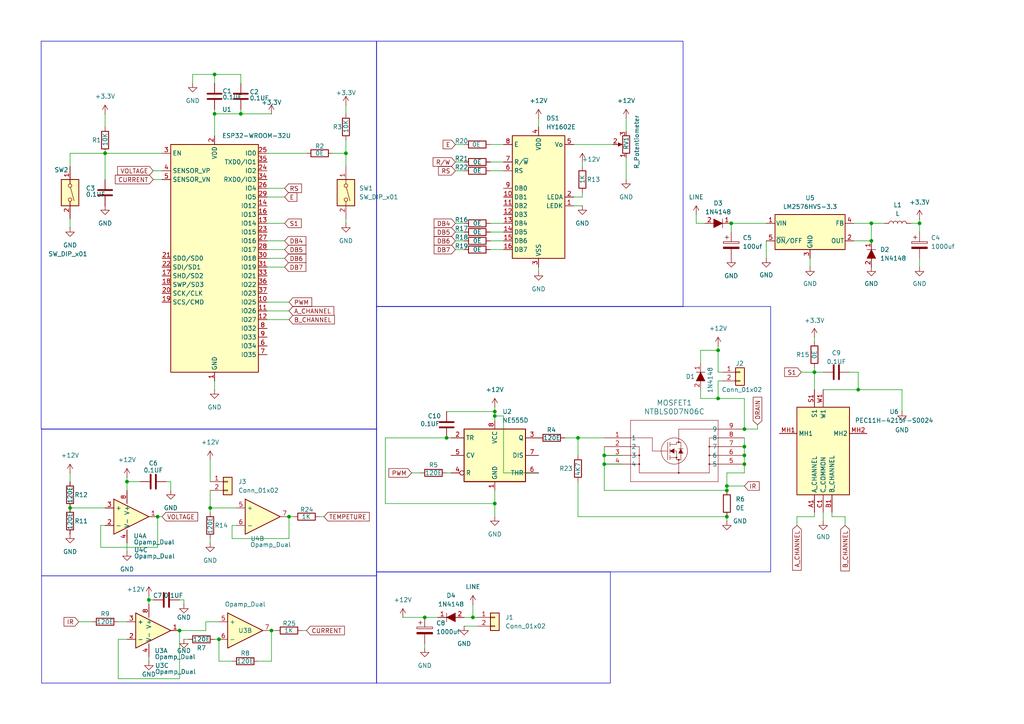
<source format=kicad_sch>
(kicad_sch (version 20250114) (generator "eeschema") (generator_version "9.0")
  (paper "A4")
  (rectangle (start 11.938 11.938) (end 109.22 124.46))
  (rectangle (start 12.065 124.46) (end 109.22 167.005))
  (rectangle (start 109.22 165.862) (end 177.038 198.12))
  (rectangle (start 109.22 11.938) (end 198.12 88.9))
  (rectangle (start 109.22 88.9) (end 223.52 165.862))
  (rectangle (start 12.065 167.005) (end 109.22 198.12))
  (junction (at 212.09 64.77))
  (junction (at 36.83 139.7))
  (junction (at 236.22 107.95))
  (junction (at 78.74 182.88))
  (junction (at 69.85 33.02))
  (junction (at 83.82 149.86))
  (junction (at 45.72 149.86))
  (junction (at 143.51 120.65))
  (junction (at 248.92 113.03))
  (junction (at 208.28 101.6))
  (junction (at 215.9 134.62))
  (junction (at 60.96 147.32))
  (junction (at 137.16 179.07))
  (junction (at 215.9 129.54))
  (junction (at 210.82 140.97))
  (junction (at 143.51 146.05))
  (junction (at 129.54 127))
  (junction (at 215.9 124.46))
  (junction (at 252.73 69.85))
  (junction (at 52.07 182.88))
  (junction (at 215.9 132.08))
  (junction (at 43.18 173.99))
  (junction (at 167.64 127))
  (junction (at 210.82 142.24))
  (junction (at 100.33 44.45))
  (junction (at 20.32 147.32))
  (junction (at 208.28 115.57))
  (junction (at 266.7 64.77))
  (junction (at 252.73 64.77))
  (junction (at 175.26 134.62))
  (junction (at 63.5 185.42))
  (junction (at 123.19 179.07))
  (junction (at 62.23 21.59))
  (junction (at 175.26 132.08))
  (junction (at 143.51 119.38))
  (junction (at 62.23 33.02))
  (junction (at 210.82 149.86))
  (junction (at 30.48 44.45))
  (wire (pts (xy 168.91 46.99) (xy 168.91 48.26)))
  (wire (pts (xy 247.65 69.85) (xy 252.73 69.85)))
  (wire (pts (xy 248.92 113.03) (xy 261.62 113.03)))
  (wire (pts (xy 203.2 101.6) (xy 208.28 101.6)))
  (wire (pts (xy 80.01 182.88) (xy 78.74 182.88)))
  (wire (pts (xy 82.55 57.15) (xy 77.47 57.15)))
  (wire (pts (xy 83.82 87.63) (xy 77.47 87.63)))
  (wire (pts (xy 82.55 72.39) (xy 77.47 72.39)))
  (wire (pts (xy 132.08 49.53) (xy 134.62 49.53)))
  (wire (pts (xy 30.48 44.45) (xy 46.99 44.45)))
  (wire (pts (xy 100.33 33.02) (xy 100.33 30.48)))
  (wire (pts (xy 52.07 196.85) (xy 52.07 182.88)))
  (wire (pts (xy 67.31 191.77) (xy 63.5 191.77)))
  (wire (pts (xy 266.7 74.93) (xy 266.7 77.47)))
  (wire (pts (xy 62.23 110.49) (xy 62.23 113.03)))
  (wire (pts (xy 116.84 179.07) (xy 123.19 179.07)))
  (wire (pts (xy 111.76 127) (xy 111.76 146.05)))
  (wire (pts (xy 36.83 138.43) (xy 36.83 139.7)))
  (wire (pts (xy 137.16 175.26) (xy 137.16 179.07)))
  (wire (pts (xy 142.24 41.91) (xy 146.05 41.91)))
  (wire (pts (xy 82.55 74.93) (xy 77.47 74.93)))
  (wire (pts (xy 215.9 124.46) (xy 219.71 124.46)))
  (wire (pts (xy 166.37 41.91) (xy 177.8 41.91)))
  (wire (pts (xy 20.32 147.32) (xy 30.48 147.32)))
  (wire (pts (xy 20.32 44.45) (xy 20.32 48.26)))
  (wire (pts (xy 43.18 191.77) (xy 43.18 190.5)))
  (wire (pts (xy 69.85 24.13) (xy 69.85 21.59)))
  (wire (pts (xy 77.47 92.71) (xy 83.82 92.71)))
  (wire (pts (xy 247.65 64.77) (xy 252.73 64.77)))
  (wire (pts (xy 143.51 120.65) (xy 143.51 119.38)))
  (wire (pts (xy 82.55 69.85) (xy 77.47 69.85)))
  (wire (pts (xy 60.96 133.35) (xy 60.96 139.7)))
  (wire (pts (xy 266.7 67.31) (xy 266.7 64.77)))
  (wire (pts (xy 83.82 90.17) (xy 77.47 90.17)))
  (wire (pts (xy 82.55 64.77) (xy 77.47 64.77)))
  (wire (pts (xy 63.5 180.34) (xy 59.69 180.34)))
  (wire (pts (xy 156.21 34.29) (xy 156.21 36.83)))
  (wire (pts (xy 167.64 149.86) (xy 210.82 149.86)))
  (wire (pts (xy 245.11 149.86) (xy 241.3 149.86)))
  (wire (pts (xy 142.24 72.39) (xy 146.05 72.39)))
  (wire (pts (xy 175.26 134.62) (xy 175.26 142.24)))
  (wire (pts (xy 132.08 69.85) (xy 134.62 69.85)))
  (wire (pts (xy 215.9 134.62) (xy 215.9 132.08)))
  (wire (pts (xy 210.82 137.16) (xy 215.9 137.16)))
  (wire (pts (xy 63.5 191.77) (xy 63.5 185.42)))
  (wire (pts (xy 78.74 191.77) (xy 78.74 182.88)))
  (wire (pts (xy 49.53 142.24) (xy 49.53 139.7)))
  (wire (pts (xy 142.24 49.53) (xy 146.05 49.53)))
  (wire (pts (xy 69.85 33.02) (xy 69.85 31.75)))
  (wire (pts (xy 30.48 36.83) (xy 30.48 33.02)))
  (wire (pts (xy 134.62 179.07) (xy 137.16 179.07)))
  (wire (pts (xy 261.62 113.03) (xy 261.62 119.38)))
  (wire (pts (xy 203.2 105.41) (xy 203.2 101.6)))
  (wire (pts (xy 248.92 107.95) (xy 248.92 113.03)))
  (wire (pts (xy 209.55 110.49) (xy 208.28 110.49)))
  (wire (pts (xy 83.82 156.21) (xy 83.82 149.86)))
  (wire (pts (xy 29.21 152.4) (xy 29.21 158.75)))
  (wire (pts (xy 201.93 62.23) (xy 201.93 64.77)))
  (wire (pts (xy 60.96 147.32) (xy 68.58 147.32)))
  (wire (pts (xy 53.34 173.99) (xy 52.07 173.99)))
  (wire (pts (xy 45.72 149.86) (xy 45.72 158.75)))
  (wire (pts (xy 143.51 119.38) (xy 143.51 118.11)))
  (wire (pts (xy 175.26 129.54) (xy 175.26 132.08)))
  (wire (pts (xy 142.24 67.31) (xy 146.05 67.31)))
  (wire (pts (xy 209.55 107.95) (xy 208.28 107.95)))
  (wire (pts (xy 62.23 33.02) (xy 62.23 39.37)))
  (wire (pts (xy 168.91 55.88) (xy 168.91 57.15)))
  (wire (pts (xy 168.91 59.69) (xy 166.37 59.69)))
  (wire (pts (xy 62.23 31.75) (xy 62.23 33.02)))
  (wire (pts (xy 44.45 173.99) (xy 43.18 173.99)))
  (wire (pts (xy 203.2 115.57) (xy 208.28 115.57)))
  (wire (pts (xy 30.48 152.4) (xy 29.21 152.4)))
  (wire (pts (xy 142.24 69.85) (xy 146.05 69.85)))
  (wire (pts (xy 129.54 137.16) (xy 130.81 137.16)))
  (wire (pts (xy 231.14 152.4) (xy 231.14 149.86)))
  (wire (pts (xy 232.41 107.95) (xy 236.22 107.95)))
  (wire (pts (xy 77.47 54.61) (xy 82.55 54.61)))
  (wire (pts (xy 231.14 149.86) (xy 236.22 149.86)))
  (wire (pts (xy 203.2 113.03) (xy 203.2 115.57)))
  (wire (pts (xy 132.08 41.91) (xy 134.62 41.91)))
  (wire (pts (xy 92.71 149.86) (xy 93.98 149.86)))
  (wire (pts (xy 175.26 132.08) (xy 180.34 132.08)))
  (wire (pts (xy 222.25 69.85) (xy 222.25 74.93)))
  (wire (pts (xy 167.64 132.08) (xy 167.64 127)))
  (wire (pts (xy 167.64 127) (xy 163.83 127)))
  (wire (pts (xy 175.26 142.24) (xy 210.82 142.24)))
  (wire (pts (xy 208.28 115.57) (xy 215.9 115.57)))
  (wire (pts (xy 129.54 127) (xy 130.81 127)))
  (wire (pts (xy 156.21 77.47) (xy 156.21 78.74)))
  (wire (pts (xy 210.82 142.24) (xy 210.82 140.97)))
  (wire (pts (xy 143.51 121.92) (xy 143.51 120.65)))
  (wire (pts (xy 208.28 110.49) (xy 208.28 115.57)))
  (wire (pts (xy 53.34 175.26) (xy 53.34 173.99)))
  (wire (pts (xy 77.47 44.45) (xy 88.9 44.45)))
  (wire (pts (xy 167.64 139.7) (xy 167.64 149.86)))
  (wire (pts (xy 52.07 182.88) (xy 59.69 182.88)))
  (wire (pts (xy 119.38 137.16) (xy 121.92 137.16)))
  (wire (pts (xy 236.22 107.95) (xy 236.22 113.03)))
  (wire (pts (xy 100.33 40.64) (xy 100.33 44.45)))
  (wire (pts (xy 34.29 185.42) (xy 34.29 196.85)))
  (wire (pts (xy 143.51 146.05) (xy 143.51 142.24)))
  (wire (pts (xy 215.9 132.08) (xy 215.9 129.54)))
  (wire (pts (xy 36.83 160.02) (xy 36.83 157.48)))
  (wire (pts (xy 241.3 149.86) (xy 241.3 148.59)))
  (wire (pts (xy 60.96 142.24) (xy 60.96 147.32)))
  (wire (pts (xy 36.83 139.7) (xy 40.64 139.7)))
  (wire (pts (xy 236.22 149.86) (xy 236.22 148.59)))
  (wire (pts (xy 100.33 63.5) (xy 100.33 64.77)))
  (wire (pts (xy 67.31 156.21) (xy 67.31 152.4)))
  (wire (pts (xy 34.29 180.34) (xy 36.83 180.34)))
  (wire (pts (xy 212.09 67.31) (xy 212.09 64.77)))
  (wire (pts (xy 59.69 180.34) (xy 59.69 182.88)))
  (wire (pts (xy 62.23 33.02) (xy 69.85 33.02)))
  (wire (pts (xy 238.76 151.13) (xy 238.76 148.59)))
  (wire (pts (xy 266.7 63.5) (xy 266.7 64.77)))
  (wire (pts (xy 236.22 106.68) (xy 236.22 107.95)))
  (wire (pts (xy 127 179.07) (xy 123.19 179.07)))
  (wire (pts (xy 264.16 64.77) (xy 266.7 64.77)))
  (wire (pts (xy 181.61 34.29) (xy 181.61 38.1)))
  (wire (pts (xy 236.22 97.79) (xy 236.22 99.06)))
  (wire (pts (xy 142.24 46.99) (xy 146.05 46.99)))
  (wire (pts (xy 146.05 120.65) (xy 143.51 120.65)))
  (wire (pts (xy 134.62 181.61) (xy 138.43 181.61)))
  (wire (pts (xy 146.05 137.16) (xy 146.05 120.65)))
  (wire (pts (xy 219.71 124.46) (xy 219.71 123.19)))
  (wire (pts (xy 175.26 134.62) (xy 180.34 134.62)))
  (wire (pts (xy 238.76 107.95) (xy 236.22 107.95)))
  (wire (pts (xy 74.93 191.77) (xy 78.74 191.77)))
  (wire (pts (xy 132.08 72.39) (xy 134.62 72.39)))
  (wire (pts (xy 49.53 139.7) (xy 48.26 139.7)))
  (wire (pts (xy 100.33 44.45) (xy 96.52 44.45)))
  (wire (pts (xy 43.18 173.99) (xy 43.18 175.26)))
  (wire (pts (xy 156.21 137.16) (xy 146.05 137.16)))
  (wire (pts (xy 60.96 157.48) (xy 60.96 156.21)))
  (wire (pts (xy 69.85 33.02) (xy 78.74 33.02)))
  (wire (pts (xy 248.92 107.95) (xy 246.38 107.95)))
  (wire (pts (xy 181.61 52.07) (xy 181.61 45.72)))
  (wire (pts (xy 60.96 148.59) (xy 60.96 147.32)))
  (wire (pts (xy 123.19 186.69) (xy 123.19 187.96)))
  (wire (pts (xy 215.9 137.16) (xy 215.9 134.62)))
  (wire (pts (xy 62.23 185.42) (xy 63.5 185.42)))
  (wire (pts (xy 55.88 21.59) (xy 62.23 21.59)))
  (wire (pts (xy 82.55 77.47) (xy 77.47 77.47)))
  (wire (pts (xy 142.24 64.77) (xy 146.05 64.77)))
  (wire (pts (xy 132.08 64.77) (xy 134.62 64.77)))
  (wire (pts (xy 208.28 101.6) (xy 208.28 100.33)))
  (wire (pts (xy 245.11 152.4) (xy 245.11 149.86)))
  (wire (pts (xy 208.28 101.6) (xy 208.28 107.95)))
  (wire (pts (xy 215.9 129.54) (xy 215.9 127)))
  (wire (pts (xy 238.76 113.03) (xy 248.92 113.03)))
  (wire (pts (xy 132.08 67.31) (xy 134.62 67.31)))
  (wire (pts (xy 175.26 127) (xy 167.64 127)))
  (wire (pts (xy 256.54 64.77) (xy 252.73 64.77)))
  (wire (pts (xy 67.31 156.21) (xy 83.82 156.21)))
  (wire (pts (xy 111.76 146.05) (xy 143.51 146.05)))
  (wire (pts (xy 87.63 182.88) (xy 88.9 182.88)))
  (wire (pts (xy 212.09 64.77) (xy 222.25 64.77)))
  (wire (pts (xy 29.21 158.75) (xy 45.72 158.75)))
  (wire (pts (xy 44.45 52.07) (xy 46.99 52.07)))
  (wire (pts (xy 22.86 180.34) (xy 26.67 180.34)))
  (wire (pts (xy 20.32 44.45) (xy 30.48 44.45)))
  (wire (pts (xy 252.73 64.77) (xy 252.73 69.85)))
  (wire (pts (xy 137.16 179.07) (xy 138.43 179.07)))
  (wire (pts (xy 143.51 146.05) (xy 143.51 149.86)))
  (wire (pts (xy 100.33 44.45) (xy 100.33 48.26)))
  (wire (pts (xy 44.45 49.53) (xy 46.99 49.53)))
  (wire (pts (xy 201.93 64.77) (xy 204.47 64.77)))
  (wire (pts (xy 55.88 21.59) (xy 55.88 24.13)))
  (wire (pts (xy 210.82 140.97) (xy 215.9 140.97)))
  (wire (pts (xy 34.29 185.42) (xy 36.83 185.42)))
  (wire (pts (xy 85.09 149.86) (xy 83.82 149.86)))
  (wire (pts (xy 34.29 196.85) (xy 52.07 196.85)))
  (wire (pts (xy 20.32 63.5) (xy 20.32 66.04)))
  (wire (pts (xy 111.76 127) (xy 129.54 127)))
  (wire (pts (xy 36.83 139.7) (xy 36.83 142.24)))
  (wire (pts (xy 53.34 185.42) (xy 54.61 185.42)))
  (wire (pts (xy 20.32 137.16) (xy 20.32 139.7)))
  (wire (pts (xy 129.54 119.38) (xy 143.51 119.38)))
  (wire (pts (xy 215.9 115.57) (xy 215.9 124.46)))
  (wire (pts (xy 166.37 57.15) (xy 168.91 57.15)))
  (wire (pts (xy 62.23 21.59) (xy 62.23 24.13)))
  (wire (pts (xy 234.95 74.93) (xy 234.95 77.47)))
  (wire (pts (xy 67.31 152.4) (xy 68.58 152.4)))
  (wire (pts (xy 45.72 149.86) (xy 46.99 149.86)))
  (wire (pts (xy 69.85 21.59) (xy 62.23 21.59)))
  (wire (pts (xy 30.48 52.07) (xy 30.48 44.45)))
  (wire (pts (xy 132.08 46.99) (xy 134.62 46.99)))
  (wire (pts (xy 175.26 132.08) (xy 175.26 134.62)))
  (wire (pts (xy 43.18 172.72) (xy 43.18 173.99)))
  (wire (pts (xy 210.82 151.13) (xy 210.82 149.86)))
  (wire (pts (xy 210.82 140.97) (xy 210.82 137.16)))
  (global_label "S1" (shape input) (at 232.41 107.95 180) (property "Intersheetrefs" "${INTERSHEET_REFS}" (effects (hide yes))))
  (global_label "IR" (shape input) (at 215.9 140.97 0) (property "Intersheetrefs" "${INTERSHEET_REFS}" (effects (hide yes))))
  (global_label "DB4" (shape input) (at 82.55 69.85 0) (property "Intersheetrefs" "${INTERSHEET_REFS}" (effects (hide yes))))
  (global_label "E" (shape input) (at 132.08 41.91 180) (property "Intersheetrefs" "${INTERSHEET_REFS}" (effects (hide yes))))
  (global_label "A_CHANNEL" (shape input) (at 83.82 90.17 0) (property "Intersheetrefs" "${INTERSHEET_REFS}" (effects (hide yes))))
  (global_label "IR" (shape input) (at 22.86 180.34 180) (property "Intersheetrefs" "${INTERSHEET_REFS}" (effects (hide yes))))
  (global_label "PWM" (shape input) (at 119.38 137.16 180) (property "Intersheetrefs" "${INTERSHEET_REFS}" (effects (hide yes))))
  (global_label "RS" (shape input) (at 132.08 49.53 180) (property "Intersheetrefs" "${INTERSHEET_REFS}" (effects (hide yes))))
  (global_label "VOLTAGE" (shape input) (at 44.45 49.53 180) (property "Intersheetrefs" "${INTERSHEET_REFS}" (effects (hide yes))))
  (global_label "CURRENT" (shape input) (at 44.45 52.07 180) (property "Intersheetrefs" "${INTERSHEET_REFS}" (effects (hide yes))))
  (global_label "DB7" (shape input) (at 82.55 77.47 0) (property "Intersheetrefs" "${INTERSHEET_REFS}" (effects (hide yes))))
  (global_label "S1" (shape input) (at 82.55 64.77 0) (property "Intersheetrefs" "${INTERSHEET_REFS}" (effects (hide yes))))
  (global_label "E" (shape input) (at 82.55 57.15 0) (property "Intersheetrefs" "${INTERSHEET_REFS}" (effects (hide yes))))
  (global_label "DB5" (shape input) (at 132.08 67.31 180) (property "Intersheetrefs" "${INTERSHEET_REFS}" (effects (hide yes))))
  (global_label "R{slash}W" (shape input) (at 132.08 46.99 180) (property "Intersheetrefs" "${INTERSHEET_REFS}" (effects (hide yes))))
  (global_label "DB4" (shape input) (at 132.08 64.77 180) (property "Intersheetrefs" "${INTERSHEET_REFS}" (effects (hide yes))))
  (global_label "DB7" (shape input) (at 132.08 72.39 180) (property "Intersheetrefs" "${INTERSHEET_REFS}" (effects (hide yes))))
  (global_label "CURRENT" (shape input) (at 88.9 182.88 0) (property "Intersheetrefs" "${INTERSHEET_REFS}" (effects (hide yes))))
  (global_label "RS" (shape input) (at 82.55 54.61 0) (property "Intersheetrefs" "${INTERSHEET_REFS}" (effects (hide yes))))
  (global_label "B_CHANNEL" (shape input) (at 83.82 92.71 0) (property "Intersheetrefs" "${INTERSHEET_REFS}" (effects (hide yes))))
  (global_label "DRAIN" (shape input) (at 219.71 123.19 90) (property "Intersheetrefs" "${INTERSHEET_REFS}" (effects (hide yes))))
  (global_label "VOLTAGE" (shape input) (at 46.99 149.86 0) (property "Intersheetrefs" "${INTERSHEET_REFS}" (effects (hide yes))))
  (global_label "A_CHANNEL" (shape input) (at 231.14 152.4 270) (property "Intersheetrefs" "${INTERSHEET_REFS}" (effects (hide yes))))
  (global_label "DB5" (shape input) (at 82.55 72.39 0) (property "Intersheetrefs" "${INTERSHEET_REFS}" (effects (hide yes))))
  (global_label "PWM" (shape input) (at 83.82 87.63 0) (property "Intersheetrefs" "${INTERSHEET_REFS}" (effects (hide yes))))
  (global_label "B_CHANNEL" (shape input) (at 245.11 152.4 270) (property "Intersheetrefs" "${INTERSHEET_REFS}" (effects (hide yes))))
  (global_label "TEMPETURE" (shape input) (at 93.98 149.86 0) (property "Intersheetrefs" "${INTERSHEET_REFS}" (effects (hide yes))))
  (global_label "DB6" (shape input) (at 132.08 69.85 180) (property "Intersheetrefs" "${INTERSHEET_REFS}" (effects (hide yes))))
  (global_label "DB6" (shape input) (at 82.55 74.93 0) (property "Intersheetrefs" "${INTERSHEET_REFS}" (effects (hide yes))))
  (symbol (lib_id "power:+12V") (at 20.32 137.16 0) (unit 1)
    (property "Reference" "#PWR016" (effects (hide yes)))
    (property "Value" "+12V" (at 20.32 132.08 0))
    (property "Description" "Power symbol creates a global label with name \"+12V\"" (effects (hide yes)))
  )
  (symbol (lib_id "power:+5V") (at 181.61 34.29 0) (unit 1)
    (property "Reference" "#PWR038" (effects (hide yes)))
    (property "Value" "+12V" (at 181.61 29.21 0))
    (property "Description" "Power symbol creates a global label with name \"+5V\"" (effects (hide yes)))
  )
  (symbol (lib_id "power:+15V") (at 208.28 100.33 0) (unit 1)
    (property "Reference" "#PWR07" (effects (hide yes)))
    (property "Value" "+12V" (at 208.28 95.25 0))
    (property "Description" "Power symbol creates a global label with name \"+15V\"" (effects (hide yes)))
  )
  (symbol (lib_id "Device:R") (at 138.43 72.39 90) (unit 1)
    (property "Reference" "R19" (at 133.858 71.374 90))
    (property "Value" "0E" (at 138.43 72.39 90))
    (property "Footprint" "PCB:1_4W RES" (effects (hide yes)))
    (property "Description" "Resistor" (effects (hide yes)))
  )
  (symbol (lib_id "power:+3.3V") (at 236.22 97.79 0) (unit 1)
    (property "Reference" "#PWR017" (effects (hide yes)))
    (property "Value" "+3.3V" (at 236.22 92.964 0))
    (property "Description" "Power symbol creates a global label with name \"+3.3V\"" (effects (hide yes)))
  )
  (symbol (lib_id "Connector_Generic:Conn_01x02") (at 66.04 139.7 0) (unit 1)
    (property "Reference" "J3" (at 69.088 139.6999 0) (effects (justify left)))
    (property "Value" "Conn_01x02" (at 69.088 142.2399 0) (effects (justify left)))
    (property "Footprint" "TerminalBlock_Phoenix:TerminalBlock_Phoenix_MKDS-1,5-2-5.08_1x02_P5.08mm_Horizontal" (effects (hide yes)))
    (property "Description" "Generic connector, single row, 01x02, script generated (kicad-library-utils/schlib/autogen/connector/)" (effects (hide yes)))
  )
  (symbol (lib_id "power:GND") (at 53.34 175.26 0) (unit 1)
    (property "Reference" "#PWR042" (effects (hide yes)))
    (property "Value" "GND" (at 53.34 179.07 0))
    (property "Description" "Power symbol creates a global label with name \"GND\" , ground" (effects (hide yes)))
  )
  (symbol (lib_id "power:GND") (at 43.18 191.77 0) (unit 1)
    (property "Reference" "#PWR023" (effects (hide yes)))
    (property "Value" "GND" (at 43.18 195.58 0))
    (property "Description" "Power symbol creates a global label with name \"GND\" , ground" (effects (hide yes)))
  )
  (symbol (lib_id "Device:C_Polarized") (at 266.7 71.12 0) (unit 1)
    (property "Reference" "C4" (at 270.002 68.9609 0) (effects (justify left)))
    (property "Value" "1000uf" (at 270.002 71.5009 0) (effects (justify left)))
    (property "Footprint" "Capacitor_THT:CP_Radial_D12.5mm_P7.50mm" (effects (hide yes)))
    (property "Description" "Polarized capacitor" (effects (hide yes)))
  )
  (symbol (lib_id "Device:Opamp_Dual") (at 76.2 149.86 0) (unit 2)
    (property "Reference" "U4" (at 74.676 156.21 0))
    (property "Value" "Opamp_Dual" (at 78.486 157.988 0))
    (property "Footprint" "Package_DIP:DIP-8_W7.62mm" (effects (hide yes)))
    (property "Description" "Dual operational amplifier" (effects (hide yes)))
    (property "Sim.Library" "${KICAD7_SYMBOL_DIR}/Simulation_SPICE.sp" (effects (hide yes)))
    (property "Sim.Name" "kicad_builtin_opamp_dual" (effects (hide yes)))
    (property "Sim.Device" "SUBCKT" (effects (hide yes)))
    (property "Sim.Pins" "1=out1 2=in1- 3=in1+ 4=vee 5=in2+ 6=in2- 7=out2 8=vcc" (effects (hide yes)))
  )
  (symbol (lib_id "Device:R") (at 160.02 127 90) (unit 1)
    (property "Reference" "R4" (at 161.29 124.714 90) (effects (justify left)))
    (property "Value" "120E" (at 162.56 127 90) (effects (justify left)))
    (property "Footprint" "PCB:1_4W RES" (effects (hide yes)))
    (property "Description" "Resistor" (effects (hide yes)))
  )
  (symbol (lib_id "power:GND") (at 30.48 59.69 0) (unit 1)
    (property "Reference" "#PWR02" (effects (hide yes)))
    (property "Value" "GND" (at 30.48 64.77 0))
    (property "Description" "Power symbol creates a global label with name \"GND\" , ground" (effects (hide yes)))
  )
  (symbol (lib_id "Device:R") (at 30.48 40.64 0) (unit 1)
    (property "Reference" "R1" (at 26.67 40.64 0) (effects (justify left)))
    (property "Value" "10K" (at 30.48 42.418 90) (effects (justify left)))
    (property "Footprint" "PCB:1_4W RES" (effects (hide yes)))
    (property "Description" "Resistor" (effects (hide yes)))
  )
  (symbol (lib_id "power:+3.3V") (at 78.74 33.02 0) (unit 1)
    (property "Reference" "#PWR036" (effects (hide yes)))
    (property "Value" "+3.3V" (at 78.74 29.718 0))
    (property "Description" "Power symbol creates a global label with name \"+3.3V\"" (effects (hide yes)))
  )
  (symbol (lib_id "power:GND") (at 36.83 160.02 0) (unit 1)
    (property "Reference" "#PWR013" (effects (hide yes)))
    (property "Value" "GND" (at 36.83 165.1 0))
    (property "Description" "Power symbol creates a global label with name \"GND\" , ground" (effects (hide yes)))
  )
  (symbol (lib_id "Device:R") (at 20.32 143.51 0) (unit 1)
    (property "Reference" "R12" (at 21.59 143.51 0) (effects (justify left)))
    (property "Value" "120E" (at 20.32 146.05 90) (effects (justify left)))
    (property "Footprint" "PCB:1_4W RES" (effects (hide yes)))
    (property "Description" "Resistor" (effects (hide yes)))
  )
  (symbol (lib_id "power:+5V") (at 156.21 34.29 0) (unit 1)
    (property "Reference" "#PWR020" (effects (hide yes)))
    (property "Value" "+12V" (at 156.21 29.21 0))
    (property "Description" "Power symbol creates a global label with name \"+5V\"" (effects (hide yes)))
  )
  (symbol (lib_id "power:GND") (at 62.23 113.03 0) (unit 1)
    (property "Reference" "#PWR04" (effects (hide yes)))
    (property "Value" "GND" (at 62.23 118.11 0))
    (property "Description" "Power symbol creates a global label with name \"GND\" , ground" (effects (hide yes)))
  )
  (symbol (lib_id "RUPESH:NTBLS0D7N06C") (at 175.26 127 0) (unit 1)
    (property "Reference" "MOSFET1" (at 195.58 116.84 0) (effects (font (size 1.524 1.524))))
    (property "Value" "NTBLS0D7N06C" (at 195.58 119.38 0) (effects (font (size 1.524 1.524))))
    (property "Footprint" "H-PSOF8L_100CU_ONS" (effects (hide yes)))
    (property "Datasheet" "NTBLS0D7N06C" (effects (hide yes)))
  )
  (symbol (lib_id "Switch:SW_DIP_x01") (at 20.32 55.88 270) (unit 1)
    (property "Reference" "SW2" (at 15.748 49.276 90) (effects (justify left)))
    (property "Value" "SW_DIP_x01" (at 13.97 73.66 90) (effects (justify left)))
    (property "Footprint" "PCB:SW_PUSH_6mm_H7.3mm_THT" (effects (hide yes)))
    (property "Description" "1x DIP Switch, Single Pole Single Throw (SPST) switch, small symbol" (effects (hide yes)))
  )
  (symbol (lib_id "Device:R") (at 138.43 41.91 90) (unit 1)
    (property "Reference" "R20" (at 133.858 40.894 90))
    (property "Value" "0E" (at 138.176 41.91 90))
    (property "Footprint" "PCB:1_4W RES" (effects (hide yes)))
    (property "Description" "Resistor" (effects (hide yes)))
  )
  (symbol (lib_id "Device:Opamp_Dual") (at 39.37 149.86 0) (unit 3)
    (property "Reference" "U4" (at 38.862 159.512 0) (effects (justify left)))
    (property "Value" "Opamp_Dual" (at 38.862 161.29 0) (effects (justify left)))
    (property "Footprint" "Package_DIP:DIP-8_W7.62mm" (effects (hide yes)))
    (property "Description" "Dual operational amplifier" (effects (hide yes)))
    (property "Sim.Library" "${KICAD7_SYMBOL_DIR}/Simulation_SPICE.sp" (effects (hide yes)))
    (property "Sim.Name" "kicad_builtin_opamp_dual" (effects (hide yes)))
    (property "Sim.Device" "SUBCKT" (effects (hide yes)))
    (property "Sim.Pins" "1=out1 2=in1- 3=in1+ 4=vee 5=in2+ 6=in2- 7=out2 8=vcc" (effects (hide yes)))
  )
  (symbol (lib_id "Device:R") (at 71.12 191.77 270) (unit 1)
    (property "Reference" "R8" (at 71.12 189.484 90))
    (property "Value" "120E" (at 71.12 191.77 90))
    (property "Footprint" "PCB:1_4W RES" (effects (hide yes)))
    (property "Description" "Resistor" (effects (hide yes)))
  )
  (symbol (lib_id "power:GND") (at 53.34 185.42 0) (unit 1)
    (property "Reference" "#PWR09" (effects (hide yes)))
    (property "Value" "GND" (at 53.34 188.722 0))
    (property "Description" "Power symbol creates a global label with name \"GND\" , ground" (effects (hide yes)))
  )
  (symbol (lib_id "power:GND") (at 266.7 77.47 0) (unit 1)
    (property "Reference" "#PWR031" (effects (hide yes)))
    (property "Value" "GND" (at 266.7 82.296 0))
    (property "Description" "Power symbol creates a global label with name \"GND\" , ground" (effects (hide yes)))
  )
  (symbol (lib_id "Device:R") (at 83.82 182.88 90) (unit 1)
    (property "Reference" "R25" (at 85.852 180.848 90) (effects (justify left)))
    (property "Value" "1K" (at 85.09 182.88 90) (effects (justify left)))
    (property "Footprint" "PCB:1_4W RES" (effects (hide yes)))
    (property "Description" "Resistor" (effects (hide yes)))
  )
  (symbol (lib_id "Device:Opamp_Dual") (at 45.72 182.88 0) (unit 3)
    (property "Reference" "U3" (at 44.958 193.04 0) (effects (justify left)))
    (property "Value" "Opamp_Dual" (at 44.958 194.818 0) (effects (justify left)))
    (property "Footprint" "Package_DIP:DIP-8_W7.62mm" (effects (hide yes)))
    (property "Description" "Dual operational amplifier" (effects (hide yes)))
    (property "Sim.Library" "${KICAD7_SYMBOL_DIR}/Simulation_SPICE.sp" (effects (hide yes)))
    (property "Sim.Name" "kicad_builtin_opamp_dual" (effects (hide yes)))
    (property "Sim.Device" "SUBCKT" (effects (hide yes)))
    (property "Sim.Pins" "1=out1 2=in1- 3=in1+ 4=vee 5=in2+ 6=in2- 7=out2 8=vcc" (effects (hide yes)))
  )
  (symbol (lib_id "power:GND") (at 261.62 119.38 0) (unit 1)
    (property "Reference" "#PWR037" (effects (hide yes)))
    (property "Value" "GND" (at 261.62 124.714 0))
    (property "Description" "Power symbol creates a global label with name \"GND\" , ground" (effects (hide yes)))
  )
  (symbol (lib_id "power:+15V") (at 143.51 118.11 0) (unit 1)
    (property "Reference" "#PWR05" (effects (hide yes)))
    (property "Value" "+12V" (at 143.51 113.03 0))
    (property "Description" "Power symbol creates a global label with name \"+15V\"" (effects (hide yes)))
  )
  (symbol (lib_id "Device:R") (at 60.96 152.4 0) (unit 1)
    (property "Reference" "R14" (at 62.23 152.4 0) (effects (justify left)))
    (property "Value" "120E" (at 60.96 154.94 90) (effects (justify left)))
    (property "Footprint" "PCB:1_4W RES" (effects (hide yes)))
    (property "Description" "Resistor" (effects (hide yes)))
  )
  (symbol (lib_id "Device:R") (at 20.32 151.13 0) (unit 1)
    (property "Reference" "R11" (at 21.59 151.13 0) (effects (justify left)))
    (property "Value" "120E" (at 20.32 153.67 90) (effects (justify left)))
    (property "Footprint" "PCB:1_4W RES" (effects (hide yes)))
    (property "Description" "Resistor" (effects (hide yes)))
  )
  (symbol (lib_id "power:GND") (at 238.76 151.13 0) (unit 1)
    (property "Reference" "#PWR015" (effects (hide yes)))
    (property "Value" "GND" (at 238.76 155.702 0))
    (property "Description" "Power symbol creates a global label with name \"GND\" , ground" (effects (hide yes)))
  )
  (symbol (lib_id "Device:R") (at 138.43 67.31 90) (unit 1)
    (property "Reference" "R17" (at 133.858 66.294 90))
    (property "Value" "0E" (at 138.43 67.31 90))
    (property "Footprint" "PCB:1_4W RES" (effects (hide yes)))
    (property "Description" "Resistor" (effects (hide yes)))
  )
  (symbol (lib_id "Device:R") (at 58.42 185.42 270) (unit 1)
    (property "Reference" "R7" (at 58.42 187.96 90))
    (property "Value" "120E" (at 58.42 185.42 90))
    (property "Footprint" "PCB:1_4W RES" (effects (hide yes)))
    (property "Description" "Resistor" (effects (hide yes)))
  )
  (symbol (lib_id "power:GND") (at 181.61 52.07 0) (unit 1)
    (property "Reference" "#PWR040" (effects (hide yes)))
    (property "Value" "GND" (at 181.61 57.15 0))
    (property "Description" "Power symbol creates a global label with name \"GND\" , ground" (effects (hide yes)))
  )
  (symbol (lib_id "Connector_Generic:Conn_01x02") (at 214.63 107.95 0) (unit 1)
    (property "Reference" "J2" (at 213.36 105.41 0) (effects (justify left)))
    (property "Value" "Conn_01x02" (at 209.296 113.03 0) (effects (justify left)))
    (property "Footprint" "TerminalBlock_Phoenix:TerminalBlock_Phoenix_MKDS-1,5-2-5.08_1x02_P5.08mm_Horizontal" (effects (hide yes)))
    (property "Description" "Generic connector, single row, 01x02, script generated (kicad-library-utils/schlib/autogen/connector/)" (effects (hide yes)))
  )
  (symbol (lib_id "Device:C") (at 62.23 27.94 0) (unit 1)
    (property "Reference" "C1" (at 64.516 26.416 0) (effects (justify left)))
    (property "Value" "0.1UF" (at 64.516 28.194 0) (effects (justify left)))
    (property "Footprint" "Capacitor_THT:C_Disc_D8.0mm_W5.0mm_P10.00mm" (effects (hide yes)))
    (property "Description" "Unpolarized capacitor" (effects (hide yes)))
  )
  (symbol (lib_id "Device:Opamp_Dual") (at 71.12 182.88 0) (unit 2)
    (property "Reference" "U3" (at 71.12 182.88 0))
    (property "Value" "Opamp_Dual" (at 71.12 175.26 0))
    (property "Footprint" "Package_DIP:DIP-8_W7.62mm" (effects (hide yes)))
    (property "Description" "Dual operational amplifier" (effects (hide yes)))
    (property "Sim.Library" "${KICAD7_SYMBOL_DIR}/Simulation_SPICE.sp" (effects (hide yes)))
    (property "Sim.Name" "kicad_builtin_opamp_dual" (effects (hide yes)))
    (property "Sim.Device" "SUBCKT" (effects (hide yes)))
    (property "Sim.Pins" "1=out1 2=in1- 3=in1+ 4=vee 5=in2+ 6=in2- 7=out2 8=vcc" (effects (hide yes)))
  )
  (symbol (lib_id "power:GND") (at 222.25 74.93 0) (unit 1)
    (property "Reference" "#PWR029" (effects (hide yes)))
    (property "Value" "GND" (at 222.25 79.756 0))
    (property "Description" "Power symbol creates a global label with name \"GND\" , ground" (effects (hide yes)))
  )
  (symbol (lib_id "power:GND") (at 55.88 24.13 0) (unit 1)
    (property "Reference" "#PWR01" (effects (hide yes)))
    (property "Value" "GND" (at 55.88 29.21 0))
    (property "Description" "Power symbol creates a global label with name \"GND\" , ground" (effects (hide yes)))
  )
  (symbol (lib_id "Device:C_Polarized") (at 123.19 182.88 0) (unit 1)
    (property "Reference" "C8" (at 126.492 180.7209 0) (effects (justify left)))
    (property "Value" "1000uf" (at 126.492 183.2609 0) (effects (justify left)))
    (property "Footprint" "Capacitor_THT:CP_Radial_D12.5mm_P7.50mm" (effects (hide yes)))
    (property "Description" "Polarized capacitor" (effects (hide yes)))
  )
  (symbol (lib_id "Device:R") (at 30.48 180.34 270) (unit 1)
    (property "Reference" "R9" (at 30.48 178.054 90))
    (property "Value" "120E" (at 30.48 180.34 90))
    (property "Footprint" "PCB:1_4W RES" (effects (hide yes)))
    (property "Description" "Resistor" (effects (hide yes)))
  )
  (symbol (lib_id "power:GND") (at 143.51 149.86 0) (unit 1)
    (property "Reference" "#PWR08" (effects (hide yes)))
    (property "Value" "GND" (at 143.51 154.94 0))
    (property "Description" "Power symbol creates a global label with name \"GND\" , ground" (effects (hide yes)))
  )
  (symbol (lib_id "Device:R") (at 92.71 44.45 270) (unit 1)
    (property "Reference" "R2" (at 92.71 42.418 90))
    (property "Value" "0E" (at 92.71 44.45 90))
    (property "Footprint" "PCB:1_4W RES" (effects (hide yes)))
    (property "Description" "Resistor" (effects (hide yes)))
  )
  (symbol (lib_id "power:+15V") (at 36.83 138.43 0) (unit 1)
    (property "Reference" "#PWR012" (effects (hide yes)))
    (property "Value" "+12V" (at 36.83 133.35 0))
    (property "Description" "Power symbol creates a global label with name \"+15V\"" (effects (hide yes)))
  )
  (symbol (lib_id "dk_Diodes-Rectifiers-Single:1N4148") (at 203.2 107.95 270) (unit 1)
    (property "Reference" "D1" (at 198.882 109.22 90) (effects (justify left)))
    (property "Value" "1N4148" (at 205.994 106.426 0) (effects (justify left)))
    (property "Footprint" "Diode_THT:D_A-405_P7.62mm_Horizontal" (effects (hide yes)))
    (property "Datasheet" "https://www.onsemi.com/pub/Collateral/1N914-D.PDF" (effects (hide yes)))
    (property "Description" "DIODE GEN PURP 100V 200MA DO35" (effects (hide yes)))
    (property "Digi-Key_PN" "1N4148FS-ND" (effects (hide yes)))
    (property "MPN" "1N4148" (effects (hide yes)))
    (property "Category" "Discrete Semiconductor Products" (effects (hide yes)))
    (property "Family" "Diodes - Rectifiers - Single" (effects (hide yes)))
    (property "DK_Datasheet_Link" "https://www.onsemi.com/pub/Collateral/1N914-D.PDF" (effects (hide yes)))
    (property "DK_Detail_Page" "/product-detail/en/on-semiconductor/1N4148/1N4148FS-ND/458603" (effects (hide yes)))
    (property "Description_1" "DIODE GEN PURP 100V 200MA DO35" (effects (hide yes)))
    (property "Manufacturer" "ON Semiconductor" (effects (hide yes)))
    (property "Status" "Active" (effects (hide yes)))
  )
  (symbol (lib_id "power:+3.3V") (at 266.7 63.5 0) (unit 1)
    (property "Reference" "#PWR033" (effects (hide yes)))
    (property "Value" "+3.3V" (at 266.7 58.674 0))
    (property "Description" "Power symbol creates a global label with name \"+3.3V\"" (effects (hide yes)))
  )
  (symbol (lib_id "Timer:NE555D") (at 143.51 132.08 0) (unit 1)
    (property "Reference" "U2" (at 145.7041 119.38 0) (effects (justify left)))
    (property "Value" "NE555D" (at 145.7041 121.92 0) (effects (justify left)))
    (property "Footprint" "Package_DIP:DIP-8_W7.62mm_LongPads" (effects (hide yes)))
    (property "Datasheet" "http://www.ti.com/lit/ds/symlink/ne555.pdf" (effects (hide yes)))
    (property "Description" "Precision Timers, 555 compatible, SOIC-8" (effects (hide yes)))
  )
  (symbol (lib_id "Device:C") (at 242.57 107.95 90) (unit 1)
    (property "Reference" "C9" (at 242.57 102.362 90))
    (property "Value" "0.1UF" (at 242.57 104.902 90))
    (property "Footprint" "Capacitor_THT:C_Disc_D8.0mm_W5.0mm_P10.00mm" (effects (hide yes)))
    (property "Description" "Unpolarized capacitor" (effects (hide yes)))
  )
  (symbol (lib_id "dk_Diodes-Rectifiers-Single:1N4148") (at 209.55 64.77 180) (unit 1)
    (property "Reference" "D3" (at 208.28 58.928 0))
    (property "Value" "1N4148" (at 208.28 61.468 0))
    (property "Footprint" "Diode_THT:D_A-405_P7.62mm_Horizontal" (effects (hide yes)))
    (property "Datasheet" "https://www.onsemi.com/pub/Collateral/1N914-D.PDF" (effects (hide yes)))
    (property "Description" "DIODE GEN PURP 100V 200MA DO35" (effects (hide yes)))
    (property "Digi-Key_PN" "1N4148FS-ND" (effects (hide yes)))
    (property "MPN" "1N4148" (effects (hide yes)))
    (property "Category" "Discrete Semiconductor Products" (effects (hide yes)))
    (property "Family" "Diodes - Rectifiers - Single" (effects (hide yes)))
    (property "DK_Datasheet_Link" "https://www.onsemi.com/pub/Collateral/1N914-D.PDF" (effects (hide yes)))
    (property "DK_Detail_Page" "/product-detail/en/on-semiconductor/1N4148/1N4148FS-ND/458603" (effects (hide yes)))
    (property "Description_1" "DIODE GEN PURP 100V 200MA DO35" (effects (hide yes)))
    (property "Manufacturer" "ON Semiconductor" (effects (hide yes)))
    (property "Status" "Active" (effects (hide yes)))
  )
  (symbol (lib_id "power:GND") (at 49.53 142.24 0) (unit 1)
    (property "Reference" "#PWR041" (effects (hide yes)))
    (property "Value" "GND" (at 49.53 147.32 0))
    (property "Description" "Power symbol creates a global label with name \"GND\" , ground" (effects (hide yes)))
  )
  (symbol (lib_id "Device:L") (at 260.35 64.77 90) (unit 1)
    (property "Reference" "L1" (at 260.35 59.436 90))
    (property "Value" "L" (at 260.35 61.976 90))
    (property "Footprint" "Inductor_SMD:L_Coilcraft_MSS1278-XXX" (effects (hide yes)))
    (property "Description" "Inductor" (effects (hide yes)))
  )
  (symbol (lib_id "power:+3.3V") (at 100.33 30.48 0) (unit 1)
    (property "Reference" "#PWR034" (effects (hide yes)))
    (property "Value" "+3.3V" (at 100.33 26.924 0))
    (property "Description" "Power symbol creates a global label with name \"+3.3V\"" (effects (hide yes)))
  )
  (symbol (lib_id "dk_Diodes-Rectifiers-Single:1N4148") (at 129.54 179.07 0) (unit 1)
    (property "Reference" "D4" (at 130.81 172.72 0))
    (property "Value" "1N4148" (at 130.81 175.26 0))
    (property "Footprint" "Diode_THT:D_A-405_P7.62mm_Horizontal" (effects (hide yes)))
    (property "Datasheet" "https://www.onsemi.com/pub/Collateral/1N914-D.PDF" (effects (hide yes)))
    (property "Description" "DIODE GEN PURP 100V 200MA DO35" (effects (hide yes)))
    (property "Digi-Key_PN" "1N4148FS-ND" (effects (hide yes)))
    (property "MPN" "1N4148" (effects (hide yes)))
    (property "Category" "Discrete Semiconductor Products" (effects (hide yes)))
    (property "Family" "Diodes - Rectifiers - Single" (effects (hide yes)))
    (property "DK_Datasheet_Link" "https://www.onsemi.com/pub/Collateral/1N914-D.PDF" (effects (hide yes)))
    (property "DK_Detail_Page" "/product-detail/en/on-semiconductor/1N4148/1N4148FS-ND/458603" (effects (hide yes)))
    (property "Description_1" "DIODE GEN PURP 100V 200MA DO35" (effects (hide yes)))
    (property "Manufacturer" "ON Semiconductor" (effects (hide yes)))
    (property "Status" "Active" (effects (hide yes)))
  )
  (symbol (lib_id "Connector_Generic:Conn_01x02") (at 143.51 179.07 0) (unit 1)
    (property "Reference" "J1" (at 146.558 179.0699 0) (effects (justify left)))
    (property "Value" "Conn_01x02" (at 146.558 181.6099 0) (effects (justify left)))
    (property "Footprint" "TerminalBlock_Phoenix:TerminalBlock_Phoenix_MKDS-1,5-2-5.08_1x02_P5.08mm_Horizontal" (effects (hide yes)))
    (property "Description" "Generic connector, single row, 01x02, script generated (kicad-library-utils/schlib/autogen/connector/)" (effects (hide yes)))
  )
  (symbol (lib_id "power:GND") (at 168.91 59.69 0) (unit 1)
    (property "Reference" "#PWR039" (effects (hide yes)))
    (property "Value" "GND" (at 168.91 64.77 0))
    (property "Description" "Power symbol creates a global label with name \"GND\" , ground" (effects (hide yes)))
  )
  (symbol (lib_id "RF_Module:ESP32-WROOM-32U") (at 62.23 74.93 0) (unit 1)
    (property "Reference" "U1" (at 64.4241 31.75 0) (effects (justify left)))
    (property "Value" "ESP32-WROOM-32U" (at 64.4241 39.37 0) (effects (justify left)))
    (property "Footprint" "RF_Module:ESP32-WROOM-32U" (effects (hide yes)))
    (property "Datasheet" "https://www.espressif.com/sites/default/files/documentation/esp32-wroom-32d_esp32-wroom-32u_datasheet_en.pdf" (effects (hide yes)))
    (property "Description" "RF Module, ESP32-D0WD SoC, Wi-Fi 802.11b/g/n, Bluetooth, BLE, 32-bit, 2.7-3.6V, external antenna, SMD" (effects (hide yes)))
  )
  (symbol (lib_id "power:GND") (at 210.82 151.13 0) (unit 1)
    (property "Reference" "#PWR06" (effects (hide yes)))
    (property "Value" "GND" (at 214.63 151.13 0))
    (property "Description" "Power symbol creates a global label with name \"GND\" , ground" (effects (hide yes)))
  )
  (symbol (lib_id "power:GND") (at 234.95 77.47 0) (unit 1)
    (property "Reference" "#PWR028" (effects (hide yes)))
    (property "Value" "GND" (at 234.95 82.296 0))
    (property "Description" "Power symbol creates a global label with name \"GND\" , ground" (effects (hide yes)))
  )
  (symbol (lib_id "Device:C_Polarized") (at 212.09 71.12 0) (unit 1)
    (property "Reference" "C5" (at 215.392 68.9609 0) (effects (justify left)))
    (property "Value" "100uf" (at 215.392 71.5009 0) (effects (justify left)))
    (property "Footprint" "Capacitor_THT:CP_Radial_D10.0mm_P5.00mm" (effects (hide yes)))
    (property "Description" "Polarized capacitor" (effects (hide yes)))
  )
  (symbol (lib_id "power:+12V") (at 116.84 179.07 0) (unit 1)
    (property "Reference" "#PWR025" (effects (hide yes)))
    (property "Value" "+12V" (at 116.84 173.99 0))
    (property "Description" "Power symbol creates a global label with name \"+12V\"" (effects (hide yes)))
  )
  (symbol (lib_id "Device:C") (at 30.48 55.88 0) (unit 1)
    (property "Reference" "C3" (at 24.892 54.61 0) (effects (justify left)))
    (property "Value" "0.1UF" (at 24.892 56.388 0) (effects (justify left)))
    (property "Footprint" "Capacitor_THT:C_Disc_D8.0mm_W5.0mm_P10.00mm" (effects (hide yes)))
    (property "Description" "Unpolarized capacitor" (effects (hide yes)))
  )
  (symbol (lib_id "power:+3.3V") (at 30.48 33.02 0) (unit 1)
    (property "Reference" "#PWR035" (effects (hide yes)))
    (property "Value" "+3.3V" (at 30.48 27.94 0))
    (property "Description" "Power symbol creates a global label with name \"+3.3V\"" (effects (hide yes)))
  )
  (symbol (lib_id "Device:R") (at 210.82 146.05 0) (unit 1)
    (property "Reference" "R6" (at 213.36 144.7799 0) (effects (justify left)))
    (property "Value" "0E" (at 213.36 147.3199 0) (effects (justify left)))
    (property "Footprint" "PCB:1_4W RES" (effects (hide yes)))
    (property "Description" "Resistor" (effects (hide yes)))
  )
  (symbol (lib_id "Regulator_Switching:LM2576HVS-3.3") (at 234.95 67.31 0) (unit 1)
    (property "Reference" "U5" (at 234.95 57.404 0))
    (property "Value" "LM2576HVS-3.3" (at 234.95 59.944 0))
    (property "Footprint" "Package_TO_SOT_SMD:TO-263-5_TabPin3" (effects (hide yes)))
    (property "Datasheet" "http://www.ti.com/lit/ds/symlink/lm2576.pdf" (effects (hide yes)))
    (property "Description" "3.3V, 3A, SIMPLE SWITCHER® Step-Down Voltage Regulator, High Voltage Input, TO-263" (effects (hide yes)))
  )
  (symbol (lib_id "Device:R") (at 125.73 137.16 270) (unit 1)
    (property "Reference" "R5" (at 125.73 134.874 90))
    (property "Value" "120E" (at 125.73 137.16 90))
    (property "Footprint" "PCB:1_4W RES" (effects (hide yes)))
    (property "Description" "Resistor" (effects (hide yes)))
  )
  (symbol (lib_id "power:GND") (at 212.09 74.93 0) (unit 1)
    (property "Reference" "#PWR027" (effects (hide yes)))
    (property "Value" "GND" (at 212.09 80.01 0))
    (property "Description" "Power symbol creates a global label with name \"GND\" , ground" (effects (hide yes)))
  )
  (symbol (lib_id "Device:R") (at 167.64 135.89 180) (unit 1)
    (property "Reference" "R23" (at 166.116 135.89 0) (effects (justify left)))
    (property "Value" "4K7" (at 167.64 134.112 90) (effects (justify left)))
    (property "Footprint" "PCB:1_4W RES" (effects (hide yes)))
    (property "Description" "Resistor" (effects (hide yes)))
  )
  (symbol (lib_id "power:LINE") (at 201.93 62.23 0) (unit 1)
    (property "Reference" "#PWR032" (effects (hide yes)))
    (property "Value" "LINE" (at 201.93 57.15 0))
    (property "Description" "Power symbol creates a global label with name \"LINE\"" (effects (hide yes)))
  )
  (symbol (lib_id "dk_Diodes-Rectifiers-Single:1N4148") (at 252.73 72.39 270) (unit 1)
    (property "Reference" "D2" (at 255.27 72.3899 90) (effects (justify left)))
    (property "Value" "1N4148" (at 255.27 74.9299 90) (effects (justify left)))
    (property "Footprint" "Diode_THT:D_A-405_P7.62mm_Horizontal" (effects (hide yes)))
    (property "Datasheet" "https://www.onsemi.com/pub/Collateral/1N914-D.PDF" (effects (hide yes)))
    (property "Description" "DIODE GEN PURP 100V 200MA DO35" (effects (hide yes)))
    (property "Digi-Key_PN" "1N4148FS-ND" (effects (hide yes)))
    (property "MPN" "1N4148" (effects (hide yes)))
    (property "Category" "Discrete Semiconductor Products" (effects (hide yes)))
    (property "Family" "Diodes - Rectifiers - Single" (effects (hide yes)))
    (property "DK_Datasheet_Link" "https://www.onsemi.com/pub/Collateral/1N914-D.PDF" (effects (hide yes)))
    (property "DK_Detail_Page" "/product-detail/en/on-semiconductor/1N4148/1N4148FS-ND/458603" (effects (hide yes)))
    (property "Description_1" "DIODE GEN PURP 100V 200MA DO35" (effects (hide yes)))
    (property "Manufacturer" "ON Semiconductor" (effects (hide yes)))
    (property "Status" "Active" (effects (hide yes)))
  )
  (symbol (lib_id "power:GND") (at 60.96 157.48 0) (unit 1)
    (property "Reference" "#PWR014" (effects (hide yes)))
    (property "Value" "GND" (at 60.96 162.56 0))
    (property "Description" "Power symbol creates a global label with name \"GND\" , ground" (effects (hide yes)))
  )
  (symbol (lib_id "Device:C") (at 44.45 139.7 90) (unit 1)
    (property "Reference" "C6" (at 44.45 134.366 90))
    (property "Value" "0.1UF" (at 44.45 136.398 90))
    (property "Footprint" "Capacitor_THT:C_Disc_D8.0mm_W5.0mm_P10.00mm" (effects (hide yes)))
    (property "Description" "Unpolarized capacitor" (effects (hide yes)))
  )
  (symbol (lib_id "Device:R") (at 88.9 149.86 90) (unit 1)
    (property "Reference" "R24" (at 90.932 147.828 90) (effects (justify left)))
    (property "Value" "1K" (at 90.17 149.86 90) (effects (justify left)))
    (property "Footprint" "PCB:1_4W RES" (effects (hide yes)))
    (property "Description" "Resistor" (effects (hide yes)))
  )
  (symbol (lib_id "power:GND") (at 123.19 187.96 0) (unit 1)
    (property "Reference" "#PWR043" (effects (hide yes)))
    (property "Value" "GND" (at 123.19 193.04 0))
    (property "Description" "Power symbol creates a global label with name \"GND\" , ground" (effects (hide yes)))
  )
  (symbol (lib_id "Device:R") (at 138.43 46.99 90) (unit 1)
    (property "Reference" "R21" (at 133.858 45.974 90))
    (property "Value" "0E" (at 138.43 46.99 90))
    (property "Footprint" "PCB:1_4W RES" (effects (hide yes)))
    (property "Description" "Resistor" (effects (hide yes)))
  )
  (symbol (lib_id "power:LINE") (at 137.16 175.26 0) (unit 1)
    (property "Reference" "#PWR044" (effects (hide yes)))
    (property "Value" "LINE" (at 137.16 170.18 0))
    (property "Description" "Power symbol creates a global label with name \"LINE\"" (effects (hide yes)))
  )
  (symbol (lib_id "power:+12V") (at 60.96 133.35 0) (unit 1)
    (property "Reference" "#PWR018" (effects (hide yes)))
    (property "Value" "+12V" (at 60.96 128.27 0))
    (property "Description" "Power symbol creates a global label with name \"+12V\"" (effects (hide yes)))
  )
  (symbol (lib_id "power:GND") (at 252.73 77.47 0) (unit 1)
    (property "Reference" "#PWR030" (effects (hide yes)))
    (property "Value" "GND" (at 252.73 82.296 0))
    (property "Description" "Power symbol creates a global label with name \"GND\" , ground" (effects (hide yes)))
  )
  (symbol (lib_id "power:+5V") (at 168.91 46.99 0) (unit 1)
    (property "Reference" "#PWR024" (effects (hide yes)))
    (property "Value" "+12V" (at 171.45 46.228 0))
    (property "Description" "Power symbol creates a global label with name \"+5V\"" (effects (hide yes)))
  )
  (symbol (lib_id "power:GND") (at 100.33 64.77 0) (unit 1)
    (property "Reference" "#PWR03" (effects (hide yes)))
    (property "Value" "GND" (at 100.33 69.85 0))
    (property "Description" "Power symbol creates a global label with name \"GND\" , ground" (effects (hide yes)))
  )
  (symbol (lib_id "Device:R") (at 138.43 69.85 90) (unit 1)
    (property "Reference" "R18" (at 133.858 68.834 90))
    (property "Value" "0E" (at 138.43 69.85 90))
    (property "Footprint" "PCB:1_4W RES" (effects (hide yes)))
    (property "Description" "Resistor" (effects (hide yes)))
  )
  (symbol (lib_id "Device:R") (at 138.43 49.53 90) (unit 1)
    (property "Reference" "R22" (at 133.858 48.514 90))
    (property "Value" "0E" (at 138.43 49.53 90))
    (property "Footprint" "PCB:1_4W RES" (effects (hide yes)))
    (property "Description" "Resistor" (effects (hide yes)))
  )
  (symbol (lib_id "Device:C") (at 129.54 123.19 180) (unit 1)
    (property "Reference" "C10" (at 125.984 120.65 0))
    (property "Value" "0.1UF" (at 124.714 122.936 0))
    (property "Footprint" "Capacitor_THT:C_Disc_D8.0mm_W5.0mm_P10.00mm" (effects (hide yes)))
    (property "Description" "Unpolarized capacitor" (effects (hide yes)))
  )
  (symbol (lib_id "Device:R") (at 138.43 64.77 90) (unit 1)
    (property "Reference" "R16" (at 133.858 63.754 90))
    (property "Value" "0E" (at 138.43 64.77 90))
    (property "Footprint" "PCB:1_4W RES" (effects (hide yes)))
    (property "Description" "Resistor" (effects (hide yes)))
  )
  (symbol (lib_id "power:+15V") (at 43.18 172.72 0) (unit 1)
    (property "Reference" "#PWR022" (effects (hide yes)))
    (property "Value" "+12V" (at 39.37 170.942 0))
    (property "Description" "Power symbol creates a global label with name \"+15V\"" (effects (hide yes)))
  )
  (symbol (lib_id "Display_Character:HY1602E") (at 156.21 57.15 0) (unit 1)
    (property "Reference" "DS1" (at 158.4041 34.29 0) (effects (justify left)))
    (property "Value" "HY1602E" (at 158.4041 36.83 0) (effects (justify left)))
    (property "Footprint" "Display:HY1602E" (effects (hide yes)))
    (property "Datasheet" "http://www.icbank.com/data/ICBShop/board/HY1602E.pdf" (effects (hide yes)))
    (property "Description" "LCD 16x2 Alphanumeric 16pin Blue/Yellow/Green Backlight, 8bit parallel, 5V VDD" (effects (hide yes)))
  )
  (symbol (lib_id "power:GND") (at 134.62 181.61 0) (unit 1)
    (property "Reference" "#PWR026" (effects (hide yes)))
    (property "Value" "GND" (at 134.62 186.69 0))
    (property "Description" "Power symbol creates a global label with name \"GND\" , ground" (effects (hide yes)))
  )
  (symbol (lib_id "SamacSys_Parts:PEC11H-4215F-S0024") (at 226.06 125.73 0) (unit 1)
    (property "Reference" "U6" (at 259.334 119.4114 0))
    (property "Value" "PEC11H-4215F-S0024" (at 259.334 121.9514 0))
    (property "Footprint" "PEC11H4215FS0024" (effects (hide yes)))
    (property "Datasheet" "https://www.bourns.com/docs/product-datasheets/pec11h.pdf" (effects (hide yes)))
    (property "Description" "Rotary Encoder Mechanical 24 Quadrature (Incremental) Vertical 6mm Dia Flatted End 100K" (effects (hide yes)))
    (property "Height" "22" (effects (hide yes)))
    (property "Mouser Part Number" "652-PEC11H4215FS0024" (effects (hide yes)))
    (property "Mouser Price/Stock" "https://www.mouser.co.uk/ProductDetail/Bourns/PEC11H-4215F-S0024?qs=7MVldsJ5UazXQyTbCLch8g%3D%3D" (effects (hide yes)))
    (property "Manufacturer_Name" "Bourns" (effects (hide yes)))
    (property "Manufacturer_Part_Number" "PEC11H-4215F-S0024" (effects (hide yes)))
  )
  (symbol (lib_id "Device:R") (at 236.22 102.87 0) (unit 1)
    (property "Reference" "R15" (at 230.886 102.87 0) (effects (justify left)))
    (property "Value" "0E" (at 236.22 104.14 90) (effects (justify left)))
    (property "Footprint" "PCB:1_4W RES" (effects (hide yes)))
    (property "Description" "Resistor" (effects (hide yes)))
  )
  (symbol (lib_id "power:GND") (at 20.32 66.04 0) (unit 1)
    (property "Reference" "#PWR019" (effects (hide yes)))
    (property "Value" "GND" (at 20.32 71.12 0))
    (property "Description" "Power symbol creates a global label with name \"GND\" , ground" (effects (hide yes)))
  )
  (symbol (lib_id "Device:R") (at 168.91 52.07 0) (unit 1)
    (property "Reference" "R13" (at 170.18 52.07 0) (effects (justify left)))
    (property "Value" "1K" (at 168.91 53.34 90) (effects (justify left)))
    (property "Footprint" "PCB:1_4W RES" (effects (hide yes)))
    (property "Description" "Resistor" (effects (hide yes)))
  )
  (symbol (lib_id "Device:R_Potentiometer") (at 181.61 41.91 180) (unit 1)
    (property "Reference" "RV1" (at 181.61 43.434 90) (effects (justify right)))
    (property "Value" "R_Potentiometer" (at 184.658 49.022 90) (effects (justify right)))
    (property "Footprint" "Potentiometer_THT:Potentiometer_Bourns_3386C_Horizontal" (effects (hide yes)))
    (property "Description" "Potentiometer" (effects (hide yes)))
  )
  (symbol (lib_id "Device:C") (at 69.85 27.94 0) (unit 1)
    (property "Reference" "C2" (at 72.39 26.67 0) (effects (justify left)))
    (property "Value" "0.1UF" (at 72.39 28.448 0) (effects (justify left)))
    (property "Footprint" "Capacitor_THT:C_Disc_D8.0mm_W5.0mm_P10.00mm" (effects (hide yes)))
    (property "Description" "Unpolarized capacitor" (effects (hide yes)))
  )
  (symbol (lib_id "Device:R") (at 100.33 36.83 0) (unit 1)
    (property "Reference" "R3" (at 96.52 36.83 0) (effects (justify left)))
    (property "Value" "10K" (at 100.33 38.608 90) (effects (justify left)))
    (property "Footprint" "PCB:1_4W RES" (effects (hide yes)))
    (property "Description" "Resistor" (effects (hide yes)))
  )
  (symbol (lib_id "Switch:SW_DIP_x01") (at 100.33 55.88 270) (unit 1)
    (property "Reference" "SW1" (at 104.14 54.6099 90) (effects (justify left)))
    (property "Value" "SW_DIP_x01" (at 104.14 57.1499 90) (effects (justify left)))
    (property "Footprint" "PCB:SW_PUSH_6mm_H7.3mm_THT" (effects (hide yes)))
    (property "Description" "1x DIP Switch, Single Pole Single Throw (SPST) switch, small symbol" (effects (hide yes)))
  )
  (symbol (lib_id "Device:C") (at 48.26 173.99 90) (unit 1)
    (property "Reference" "C7" (at 45.72 172.72 90))
    (property "Value" "0.1UF" (at 50.292 172.72 90))
    (property "Footprint" "Capacitor_THT:C_Disc_D8.0mm_W5.0mm_P10.00mm" (effects (hide yes)))
    (property "Description" "Unpolarized capacitor" (effects (hide yes)))
  )
  (symbol (lib_id "Device:Opamp_Dual") (at 38.1 149.86 0) (unit 1)
    (property "Reference" "U4" (at 40.64 155.448 0))
    (property "Value" "Opamp_Dual" (at 44.704 157.226 0))
    (property "Footprint" "Package_DIP:DIP-8_W7.62mm" (effects (hide yes)))
    (property "Description" "Dual operational amplifier" (effects (hide yes)))
    (property "Sim.Library" "${KICAD7_SYMBOL_DIR}/Simulation_SPICE.sp" (effects (hide yes)))
    (property "Sim.Name" "kicad_builtin_opamp_dual" (effects (hide yes)))
    (property "Sim.Device" "SUBCKT" (effects (hide yes)))
    (property "Sim.Pins" "1=out1 2=in1- 3=in1+ 4=vee 5=in2+ 6=in2- 7=out2 8=vcc" (effects (hide yes)))
  )
  (symbol (lib_id "power:GND") (at 156.21 78.74 0) (unit 1)
    (property "Reference" "#PWR021" (effects (hide yes)))
    (property "Value" "GND" (at 156.21 83.82 0))
    (property "Description" "Power symbol creates a global label with name \"GND\" , ground" (effects (hide yes)))
  )
  (symbol (lib_id "power:GND") (at 20.32 154.94 0) (unit 1)
    (property "Reference" "#PWR011" (effects (hide yes)))
    (property "Value" "GND" (at 20.32 160.02 0))
    (property "Description" "Power symbol creates a global label with name \"GND\" , ground" (effects (hide yes)))
  )
  (symbol (lib_id "Device:Opamp_Dual") (at 44.45 182.88 0) (unit 1)
    (property "Reference" "U3" (at 46.736 188.722 0))
    (property "Value" "Opamp_Dual" (at 50.8 190.5 0))
    (property "Footprint" "Package_DIP:DIP-8_W7.62mm" (effects (hide yes)))
    (property "Description" "Dual operational amplifier" (effects (hide yes)))
    (property "Sim.Library" "${KICAD7_SYMBOL_DIR}/Simulation_SPICE.sp" (effects (hide yes)))
    (property "Sim.Name" "kicad_builtin_opamp_dual" (effects (hide yes)))
    (property "Sim.Device" "SUBCKT" (effects (hide yes)))
    (property "Sim.Pins" "1=out1 2=in1- 3=in1+ 4=vee 5=in2+ 6=in2- 7=out2 8=vcc" (effects (hide yes)))
  )
)
</source>
